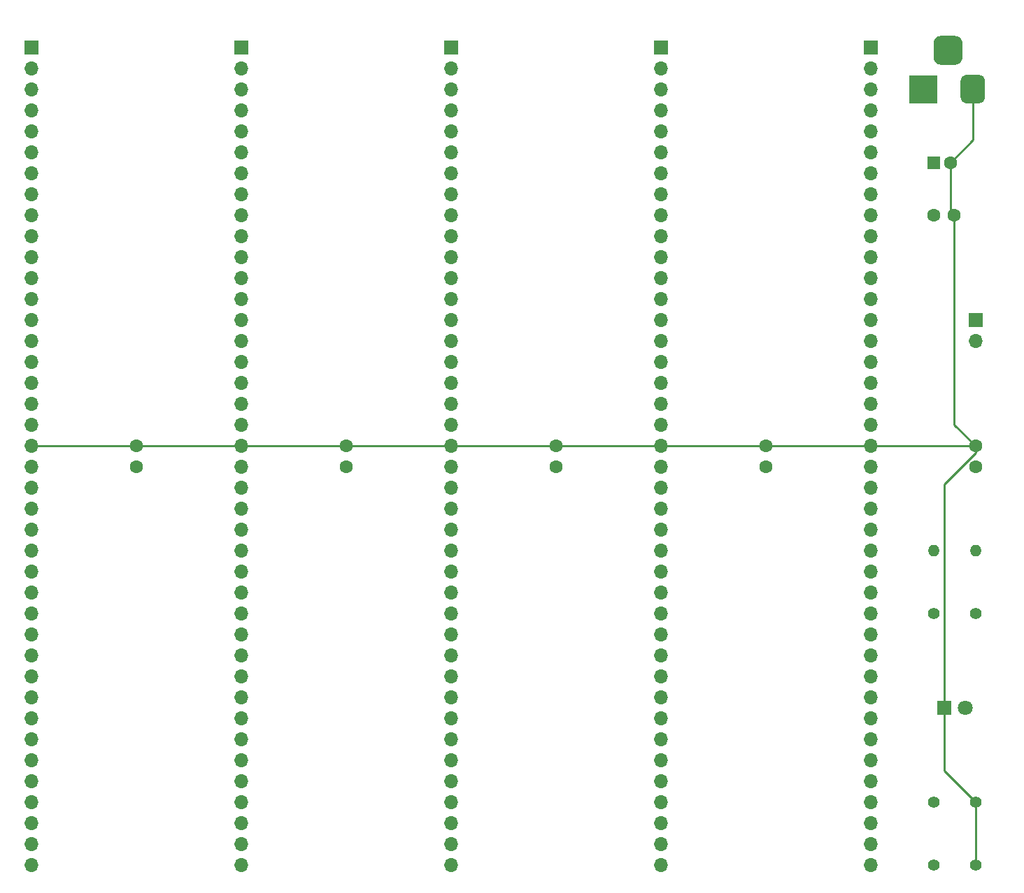
<source format=gbr>
%TF.GenerationSoftware,KiCad,Pcbnew,5.1.9+dfsg1-1*%
%TF.CreationDate,2021-08-13T01:52:04-07:00*%
%TF.ProjectId,Bus2021A_5Slot,42757332-3032-4314-915f-35536c6f742e,0*%
%TF.SameCoordinates,Original*%
%TF.FileFunction,Copper,L2,Bot*%
%TF.FilePolarity,Positive*%
%FSLAX46Y46*%
G04 Gerber Fmt 4.6, Leading zero omitted, Abs format (unit mm)*
G04 Created by KiCad (PCBNEW 5.1.9+dfsg1-1) date 2021-08-13 01:52:04*
%MOMM*%
%LPD*%
G01*
G04 APERTURE LIST*
%TA.AperFunction,ComponentPad*%
%ADD10C,1.600000*%
%TD*%
%TA.AperFunction,ComponentPad*%
%ADD11R,1.600000X1.600000*%
%TD*%
%TA.AperFunction,ComponentPad*%
%ADD12O,1.700000X1.700000*%
%TD*%
%TA.AperFunction,ComponentPad*%
%ADD13R,1.700000X1.700000*%
%TD*%
%TA.AperFunction,ComponentPad*%
%ADD14R,1.800000X1.800000*%
%TD*%
%TA.AperFunction,ComponentPad*%
%ADD15C,1.800000*%
%TD*%
%TA.AperFunction,ComponentPad*%
%ADD16R,3.500000X3.500000*%
%TD*%
%TA.AperFunction,ComponentPad*%
%ADD17C,1.400000*%
%TD*%
%TA.AperFunction,ComponentPad*%
%ADD18O,1.400000X1.400000*%
%TD*%
%TA.AperFunction,ComponentPad*%
%ADD19C,1.397000*%
%TD*%
%TA.AperFunction,Conductor*%
%ADD20C,0.250000*%
%TD*%
G04 APERTURE END LIST*
D10*
%TO.P,C1,1*%
%TO.N,+5v*%
X39370000Y-72390000D03*
%TO.P,C1,2*%
%TO.N,GND*%
X39370000Y-69890000D03*
%TD*%
%TO.P,C2,2*%
%TO.N,GND*%
X64770000Y-69890000D03*
%TO.P,C2,1*%
%TO.N,+5v*%
X64770000Y-72390000D03*
%TD*%
%TO.P,C3,1*%
%TO.N,+5v*%
X90170000Y-72390000D03*
%TO.P,C3,2*%
%TO.N,GND*%
X90170000Y-69890000D03*
%TD*%
%TO.P,C4,2*%
%TO.N,GND*%
X115570000Y-69890000D03*
%TO.P,C4,1*%
%TO.N,+5v*%
X115570000Y-72390000D03*
%TD*%
%TO.P,C5,1*%
%TO.N,+5v*%
X140970000Y-72390000D03*
%TO.P,C5,2*%
%TO.N,GND*%
X140970000Y-69890000D03*
%TD*%
D11*
%TO.P,C6,1*%
%TO.N,Net-(C6-Pad1)*%
X135890000Y-35560000D03*
D10*
%TO.P,C6,2*%
%TO.N,GND*%
X137890000Y-35560000D03*
%TD*%
%TO.P,C7,2*%
%TO.N,GND*%
X138390000Y-41910000D03*
%TO.P,C7,1*%
%TO.N,Net-(C6-Pad1)*%
X135890000Y-41910000D03*
%TD*%
D12*
%TO.P,Con1,40*%
%TO.N,Net-(Con1-Pad40)*%
X128270000Y-120650000D03*
%TO.P,Con1,39*%
%TO.N,Net-(Con1-Pad39)*%
X128270000Y-118110000D03*
%TO.P,Con1,38*%
%TO.N,Net-(Con1-Pad38)*%
X128270000Y-115570000D03*
%TO.P,Con1,37*%
%TO.N,Net-(Con1-Pad37)*%
X128270000Y-113030000D03*
%TO.P,Con1,36*%
%TO.N,Net-(Con1-Pad36)*%
X128270000Y-110490000D03*
%TO.P,Con1,35*%
%TO.N,Net-(Con1-Pad35)*%
X128270000Y-107950000D03*
%TO.P,Con1,34*%
%TO.N,Net-(Con1-Pad34)*%
X128270000Y-105410000D03*
%TO.P,Con1,33*%
%TO.N,Net-(Con1-Pad33)*%
X128270000Y-102870000D03*
%TO.P,Con1,32*%
%TO.N,Net-(Con1-Pad32)*%
X128270000Y-100330000D03*
%TO.P,Con1,31*%
%TO.N,Net-(Con1-Pad31)*%
X128270000Y-97790000D03*
%TO.P,Con1,30*%
%TO.N,Net-(Con1-Pad30)*%
X128270000Y-95250000D03*
%TO.P,Con1,29*%
%TO.N,Net-(Con1-Pad29)*%
X128270000Y-92710000D03*
%TO.P,Con1,28*%
%TO.N,Net-(Con1-Pad28)*%
X128270000Y-90170000D03*
%TO.P,Con1,27*%
%TO.N,Net-(Con1-Pad27)*%
X128270000Y-87630000D03*
%TO.P,Con1,26*%
%TO.N,Net-(Con1-Pad26)*%
X128270000Y-85090000D03*
%TO.P,Con1,25*%
%TO.N,Net-(Con1-Pad25)*%
X128270000Y-82550000D03*
%TO.P,Con1,24*%
%TO.N,Net-(Con1-Pad24)*%
X128270000Y-80010000D03*
%TO.P,Con1,23*%
%TO.N,RESB*%
X128270000Y-77470000D03*
%TO.P,Con1,22*%
%TO.N,Net-(Con1-Pad22)*%
X128270000Y-74930000D03*
%TO.P,Con1,21*%
%TO.N,+5v*%
X128270000Y-72390000D03*
%TO.P,Con1,20*%
%TO.N,GND*%
X128270000Y-69850000D03*
%TO.P,Con1,19*%
%TO.N,Net-(Con1-Pad19)*%
X128270000Y-67310000D03*
%TO.P,Con1,18*%
%TO.N,Net-(Con1-Pad18)*%
X128270000Y-64770000D03*
%TO.P,Con1,17*%
%TO.N,Net-(Con1-Pad17)*%
X128270000Y-62230000D03*
%TO.P,Con1,16*%
%TO.N,Net-(Con1-Pad16)*%
X128270000Y-59690000D03*
%TO.P,Con1,15*%
%TO.N,Net-(Con1-Pad15)*%
X128270000Y-57150000D03*
%TO.P,Con1,14*%
%TO.N,Net-(Con1-Pad14)*%
X128270000Y-54610000D03*
%TO.P,Con1,13*%
%TO.N,Net-(Con1-Pad13)*%
X128270000Y-52070000D03*
%TO.P,Con1,12*%
%TO.N,Net-(Con1-Pad12)*%
X128270000Y-49530000D03*
%TO.P,Con1,11*%
%TO.N,Net-(Con1-Pad11)*%
X128270000Y-46990000D03*
%TO.P,Con1,10*%
%TO.N,Net-(Con1-Pad10)*%
X128270000Y-44450000D03*
%TO.P,Con1,9*%
%TO.N,Net-(Con1-Pad9)*%
X128270000Y-41910000D03*
%TO.P,Con1,8*%
%TO.N,Net-(Con1-Pad8)*%
X128270000Y-39370000D03*
%TO.P,Con1,7*%
%TO.N,Net-(Con1-Pad7)*%
X128270000Y-36830000D03*
%TO.P,Con1,6*%
%TO.N,Net-(Con1-Pad6)*%
X128270000Y-34290000D03*
%TO.P,Con1,5*%
%TO.N,Net-(Con1-Pad5)*%
X128270000Y-31750000D03*
%TO.P,Con1,4*%
%TO.N,Net-(Con1-Pad4)*%
X128270000Y-29210000D03*
%TO.P,Con1,3*%
%TO.N,Net-(Con1-Pad3)*%
X128270000Y-26670000D03*
%TO.P,Con1,2*%
%TO.N,Net-(Con1-Pad2)*%
X128270000Y-24130000D03*
D13*
%TO.P,Con1,1*%
%TO.N,Net-(Con1-Pad1)*%
X128270000Y-21590000D03*
%TD*%
%TO.P,Con2,1*%
%TO.N,Net-(Con1-Pad1)*%
X102870000Y-21590000D03*
D12*
%TO.P,Con2,2*%
%TO.N,Net-(Con1-Pad2)*%
X102870000Y-24130000D03*
%TO.P,Con2,3*%
%TO.N,Net-(Con1-Pad3)*%
X102870000Y-26670000D03*
%TO.P,Con2,4*%
%TO.N,Net-(Con1-Pad4)*%
X102870000Y-29210000D03*
%TO.P,Con2,5*%
%TO.N,Net-(Con1-Pad5)*%
X102870000Y-31750000D03*
%TO.P,Con2,6*%
%TO.N,Net-(Con1-Pad6)*%
X102870000Y-34290000D03*
%TO.P,Con2,7*%
%TO.N,Net-(Con1-Pad7)*%
X102870000Y-36830000D03*
%TO.P,Con2,8*%
%TO.N,Net-(Con1-Pad8)*%
X102870000Y-39370000D03*
%TO.P,Con2,9*%
%TO.N,Net-(Con1-Pad9)*%
X102870000Y-41910000D03*
%TO.P,Con2,10*%
%TO.N,Net-(Con1-Pad10)*%
X102870000Y-44450000D03*
%TO.P,Con2,11*%
%TO.N,Net-(Con1-Pad11)*%
X102870000Y-46990000D03*
%TO.P,Con2,12*%
%TO.N,Net-(Con1-Pad12)*%
X102870000Y-49530000D03*
%TO.P,Con2,13*%
%TO.N,Net-(Con1-Pad13)*%
X102870000Y-52070000D03*
%TO.P,Con2,14*%
%TO.N,Net-(Con1-Pad14)*%
X102870000Y-54610000D03*
%TO.P,Con2,15*%
%TO.N,Net-(Con1-Pad15)*%
X102870000Y-57150000D03*
%TO.P,Con2,16*%
%TO.N,Net-(Con1-Pad16)*%
X102870000Y-59690000D03*
%TO.P,Con2,17*%
%TO.N,Net-(Con1-Pad17)*%
X102870000Y-62230000D03*
%TO.P,Con2,18*%
%TO.N,Net-(Con1-Pad18)*%
X102870000Y-64770000D03*
%TO.P,Con2,19*%
%TO.N,Net-(Con1-Pad19)*%
X102870000Y-67310000D03*
%TO.P,Con2,20*%
%TO.N,GND*%
X102870000Y-69850000D03*
%TO.P,Con2,21*%
%TO.N,+5v*%
X102870000Y-72390000D03*
%TO.P,Con2,22*%
%TO.N,Net-(Con1-Pad22)*%
X102870000Y-74930000D03*
%TO.P,Con2,23*%
%TO.N,RESB*%
X102870000Y-77470000D03*
%TO.P,Con2,24*%
%TO.N,Net-(Con1-Pad24)*%
X102870000Y-80010000D03*
%TO.P,Con2,25*%
%TO.N,Net-(Con1-Pad25)*%
X102870000Y-82550000D03*
%TO.P,Con2,26*%
%TO.N,Net-(Con1-Pad26)*%
X102870000Y-85090000D03*
%TO.P,Con2,27*%
%TO.N,Net-(Con1-Pad27)*%
X102870000Y-87630000D03*
%TO.P,Con2,28*%
%TO.N,Net-(Con1-Pad28)*%
X102870000Y-90170000D03*
%TO.P,Con2,29*%
%TO.N,Net-(Con1-Pad29)*%
X102870000Y-92710000D03*
%TO.P,Con2,30*%
%TO.N,Net-(Con1-Pad30)*%
X102870000Y-95250000D03*
%TO.P,Con2,31*%
%TO.N,Net-(Con1-Pad31)*%
X102870000Y-97790000D03*
%TO.P,Con2,32*%
%TO.N,Net-(Con1-Pad32)*%
X102870000Y-100330000D03*
%TO.P,Con2,33*%
%TO.N,Net-(Con1-Pad33)*%
X102870000Y-102870000D03*
%TO.P,Con2,34*%
%TO.N,Net-(Con1-Pad34)*%
X102870000Y-105410000D03*
%TO.P,Con2,35*%
%TO.N,Net-(Con1-Pad35)*%
X102870000Y-107950000D03*
%TO.P,Con2,36*%
%TO.N,Net-(Con1-Pad36)*%
X102870000Y-110490000D03*
%TO.P,Con2,37*%
%TO.N,Net-(Con1-Pad37)*%
X102870000Y-113030000D03*
%TO.P,Con2,38*%
%TO.N,Net-(Con1-Pad38)*%
X102870000Y-115570000D03*
%TO.P,Con2,39*%
%TO.N,Net-(Con1-Pad39)*%
X102870000Y-118110000D03*
%TO.P,Con2,40*%
%TO.N,Net-(Con1-Pad40)*%
X102870000Y-120650000D03*
%TD*%
D13*
%TO.P,Con3,1*%
%TO.N,Net-(Con1-Pad1)*%
X77470000Y-21590000D03*
D12*
%TO.P,Con3,2*%
%TO.N,Net-(Con1-Pad2)*%
X77470000Y-24130000D03*
%TO.P,Con3,3*%
%TO.N,Net-(Con1-Pad3)*%
X77470000Y-26670000D03*
%TO.P,Con3,4*%
%TO.N,Net-(Con1-Pad4)*%
X77470000Y-29210000D03*
%TO.P,Con3,5*%
%TO.N,Net-(Con1-Pad5)*%
X77470000Y-31750000D03*
%TO.P,Con3,6*%
%TO.N,Net-(Con1-Pad6)*%
X77470000Y-34290000D03*
%TO.P,Con3,7*%
%TO.N,Net-(Con1-Pad7)*%
X77470000Y-36830000D03*
%TO.P,Con3,8*%
%TO.N,Net-(Con1-Pad8)*%
X77470000Y-39370000D03*
%TO.P,Con3,9*%
%TO.N,Net-(Con1-Pad9)*%
X77470000Y-41910000D03*
%TO.P,Con3,10*%
%TO.N,Net-(Con1-Pad10)*%
X77470000Y-44450000D03*
%TO.P,Con3,11*%
%TO.N,Net-(Con1-Pad11)*%
X77470000Y-46990000D03*
%TO.P,Con3,12*%
%TO.N,Net-(Con1-Pad12)*%
X77470000Y-49530000D03*
%TO.P,Con3,13*%
%TO.N,Net-(Con1-Pad13)*%
X77470000Y-52070000D03*
%TO.P,Con3,14*%
%TO.N,Net-(Con1-Pad14)*%
X77470000Y-54610000D03*
%TO.P,Con3,15*%
%TO.N,Net-(Con1-Pad15)*%
X77470000Y-57150000D03*
%TO.P,Con3,16*%
%TO.N,Net-(Con1-Pad16)*%
X77470000Y-59690000D03*
%TO.P,Con3,17*%
%TO.N,Net-(Con1-Pad17)*%
X77470000Y-62230000D03*
%TO.P,Con3,18*%
%TO.N,Net-(Con1-Pad18)*%
X77470000Y-64770000D03*
%TO.P,Con3,19*%
%TO.N,Net-(Con1-Pad19)*%
X77470000Y-67310000D03*
%TO.P,Con3,20*%
%TO.N,GND*%
X77470000Y-69850000D03*
%TO.P,Con3,21*%
%TO.N,+5v*%
X77470000Y-72390000D03*
%TO.P,Con3,22*%
%TO.N,Net-(Con1-Pad22)*%
X77470000Y-74930000D03*
%TO.P,Con3,23*%
%TO.N,RESB*%
X77470000Y-77470000D03*
%TO.P,Con3,24*%
%TO.N,Net-(Con1-Pad24)*%
X77470000Y-80010000D03*
%TO.P,Con3,25*%
%TO.N,Net-(Con1-Pad25)*%
X77470000Y-82550000D03*
%TO.P,Con3,26*%
%TO.N,Net-(Con1-Pad26)*%
X77470000Y-85090000D03*
%TO.P,Con3,27*%
%TO.N,Net-(Con1-Pad27)*%
X77470000Y-87630000D03*
%TO.P,Con3,28*%
%TO.N,Net-(Con1-Pad28)*%
X77470000Y-90170000D03*
%TO.P,Con3,29*%
%TO.N,Net-(Con1-Pad29)*%
X77470000Y-92710000D03*
%TO.P,Con3,30*%
%TO.N,Net-(Con1-Pad30)*%
X77470000Y-95250000D03*
%TO.P,Con3,31*%
%TO.N,Net-(Con1-Pad31)*%
X77470000Y-97790000D03*
%TO.P,Con3,32*%
%TO.N,Net-(Con1-Pad32)*%
X77470000Y-100330000D03*
%TO.P,Con3,33*%
%TO.N,Net-(Con1-Pad33)*%
X77470000Y-102870000D03*
%TO.P,Con3,34*%
%TO.N,Net-(Con1-Pad34)*%
X77470000Y-105410000D03*
%TO.P,Con3,35*%
%TO.N,Net-(Con1-Pad35)*%
X77470000Y-107950000D03*
%TO.P,Con3,36*%
%TO.N,Net-(Con1-Pad36)*%
X77470000Y-110490000D03*
%TO.P,Con3,37*%
%TO.N,Net-(Con1-Pad37)*%
X77470000Y-113030000D03*
%TO.P,Con3,38*%
%TO.N,Net-(Con1-Pad38)*%
X77470000Y-115570000D03*
%TO.P,Con3,39*%
%TO.N,Net-(Con1-Pad39)*%
X77470000Y-118110000D03*
%TO.P,Con3,40*%
%TO.N,Net-(Con1-Pad40)*%
X77470000Y-120650000D03*
%TD*%
D13*
%TO.P,Con4,1*%
%TO.N,Net-(Con1-Pad1)*%
X52070000Y-21590000D03*
D12*
%TO.P,Con4,2*%
%TO.N,Net-(Con1-Pad2)*%
X52070000Y-24130000D03*
%TO.P,Con4,3*%
%TO.N,Net-(Con1-Pad3)*%
X52070000Y-26670000D03*
%TO.P,Con4,4*%
%TO.N,Net-(Con1-Pad4)*%
X52070000Y-29210000D03*
%TO.P,Con4,5*%
%TO.N,Net-(Con1-Pad5)*%
X52070000Y-31750000D03*
%TO.P,Con4,6*%
%TO.N,Net-(Con1-Pad6)*%
X52070000Y-34290000D03*
%TO.P,Con4,7*%
%TO.N,Net-(Con1-Pad7)*%
X52070000Y-36830000D03*
%TO.P,Con4,8*%
%TO.N,Net-(Con1-Pad8)*%
X52070000Y-39370000D03*
%TO.P,Con4,9*%
%TO.N,Net-(Con1-Pad9)*%
X52070000Y-41910000D03*
%TO.P,Con4,10*%
%TO.N,Net-(Con1-Pad10)*%
X52070000Y-44450000D03*
%TO.P,Con4,11*%
%TO.N,Net-(Con1-Pad11)*%
X52070000Y-46990000D03*
%TO.P,Con4,12*%
%TO.N,Net-(Con1-Pad12)*%
X52070000Y-49530000D03*
%TO.P,Con4,13*%
%TO.N,Net-(Con1-Pad13)*%
X52070000Y-52070000D03*
%TO.P,Con4,14*%
%TO.N,Net-(Con1-Pad14)*%
X52070000Y-54610000D03*
%TO.P,Con4,15*%
%TO.N,Net-(Con1-Pad15)*%
X52070000Y-57150000D03*
%TO.P,Con4,16*%
%TO.N,Net-(Con1-Pad16)*%
X52070000Y-59690000D03*
%TO.P,Con4,17*%
%TO.N,Net-(Con1-Pad17)*%
X52070000Y-62230000D03*
%TO.P,Con4,18*%
%TO.N,Net-(Con1-Pad18)*%
X52070000Y-64770000D03*
%TO.P,Con4,19*%
%TO.N,Net-(Con1-Pad19)*%
X52070000Y-67310000D03*
%TO.P,Con4,20*%
%TO.N,GND*%
X52070000Y-69850000D03*
%TO.P,Con4,21*%
%TO.N,+5v*%
X52070000Y-72390000D03*
%TO.P,Con4,22*%
%TO.N,Net-(Con1-Pad22)*%
X52070000Y-74930000D03*
%TO.P,Con4,23*%
%TO.N,RESB*%
X52070000Y-77470000D03*
%TO.P,Con4,24*%
%TO.N,Net-(Con1-Pad24)*%
X52070000Y-80010000D03*
%TO.P,Con4,25*%
%TO.N,Net-(Con1-Pad25)*%
X52070000Y-82550000D03*
%TO.P,Con4,26*%
%TO.N,Net-(Con1-Pad26)*%
X52070000Y-85090000D03*
%TO.P,Con4,27*%
%TO.N,Net-(Con1-Pad27)*%
X52070000Y-87630000D03*
%TO.P,Con4,28*%
%TO.N,Net-(Con1-Pad28)*%
X52070000Y-90170000D03*
%TO.P,Con4,29*%
%TO.N,Net-(Con1-Pad29)*%
X52070000Y-92710000D03*
%TO.P,Con4,30*%
%TO.N,Net-(Con1-Pad30)*%
X52070000Y-95250000D03*
%TO.P,Con4,31*%
%TO.N,Net-(Con1-Pad31)*%
X52070000Y-97790000D03*
%TO.P,Con4,32*%
%TO.N,Net-(Con1-Pad32)*%
X52070000Y-100330000D03*
%TO.P,Con4,33*%
%TO.N,Net-(Con1-Pad33)*%
X52070000Y-102870000D03*
%TO.P,Con4,34*%
%TO.N,Net-(Con1-Pad34)*%
X52070000Y-105410000D03*
%TO.P,Con4,35*%
%TO.N,Net-(Con1-Pad35)*%
X52070000Y-107950000D03*
%TO.P,Con4,36*%
%TO.N,Net-(Con1-Pad36)*%
X52070000Y-110490000D03*
%TO.P,Con4,37*%
%TO.N,Net-(Con1-Pad37)*%
X52070000Y-113030000D03*
%TO.P,Con4,38*%
%TO.N,Net-(Con1-Pad38)*%
X52070000Y-115570000D03*
%TO.P,Con4,39*%
%TO.N,Net-(Con1-Pad39)*%
X52070000Y-118110000D03*
%TO.P,Con4,40*%
%TO.N,Net-(Con1-Pad40)*%
X52070000Y-120650000D03*
%TD*%
%TO.P,Con5,40*%
%TO.N,Net-(Con1-Pad40)*%
X26670000Y-120650000D03*
%TO.P,Con5,39*%
%TO.N,Net-(Con1-Pad39)*%
X26670000Y-118110000D03*
%TO.P,Con5,38*%
%TO.N,Net-(Con1-Pad38)*%
X26670000Y-115570000D03*
%TO.P,Con5,37*%
%TO.N,Net-(Con1-Pad37)*%
X26670000Y-113030000D03*
%TO.P,Con5,36*%
%TO.N,Net-(Con1-Pad36)*%
X26670000Y-110490000D03*
%TO.P,Con5,35*%
%TO.N,Net-(Con1-Pad35)*%
X26670000Y-107950000D03*
%TO.P,Con5,34*%
%TO.N,Net-(Con1-Pad34)*%
X26670000Y-105410000D03*
%TO.P,Con5,33*%
%TO.N,Net-(Con1-Pad33)*%
X26670000Y-102870000D03*
%TO.P,Con5,32*%
%TO.N,Net-(Con1-Pad32)*%
X26670000Y-100330000D03*
%TO.P,Con5,31*%
%TO.N,Net-(Con1-Pad31)*%
X26670000Y-97790000D03*
%TO.P,Con5,30*%
%TO.N,Net-(Con1-Pad30)*%
X26670000Y-95250000D03*
%TO.P,Con5,29*%
%TO.N,Net-(Con1-Pad29)*%
X26670000Y-92710000D03*
%TO.P,Con5,28*%
%TO.N,Net-(Con1-Pad28)*%
X26670000Y-90170000D03*
%TO.P,Con5,27*%
%TO.N,Net-(Con1-Pad27)*%
X26670000Y-87630000D03*
%TO.P,Con5,26*%
%TO.N,Net-(Con1-Pad26)*%
X26670000Y-85090000D03*
%TO.P,Con5,25*%
%TO.N,Net-(Con1-Pad25)*%
X26670000Y-82550000D03*
%TO.P,Con5,24*%
%TO.N,Net-(Con1-Pad24)*%
X26670000Y-80010000D03*
%TO.P,Con5,23*%
%TO.N,RESB*%
X26670000Y-77470000D03*
%TO.P,Con5,22*%
%TO.N,Net-(Con1-Pad22)*%
X26670000Y-74930000D03*
%TO.P,Con5,21*%
%TO.N,+5v*%
X26670000Y-72390000D03*
%TO.P,Con5,20*%
%TO.N,GND*%
X26670000Y-69850000D03*
%TO.P,Con5,19*%
%TO.N,Net-(Con1-Pad19)*%
X26670000Y-67310000D03*
%TO.P,Con5,18*%
%TO.N,Net-(Con1-Pad18)*%
X26670000Y-64770000D03*
%TO.P,Con5,17*%
%TO.N,Net-(Con1-Pad17)*%
X26670000Y-62230000D03*
%TO.P,Con5,16*%
%TO.N,Net-(Con1-Pad16)*%
X26670000Y-59690000D03*
%TO.P,Con5,15*%
%TO.N,Net-(Con1-Pad15)*%
X26670000Y-57150000D03*
%TO.P,Con5,14*%
%TO.N,Net-(Con1-Pad14)*%
X26670000Y-54610000D03*
%TO.P,Con5,13*%
%TO.N,Net-(Con1-Pad13)*%
X26670000Y-52070000D03*
%TO.P,Con5,12*%
%TO.N,Net-(Con1-Pad12)*%
X26670000Y-49530000D03*
%TO.P,Con5,11*%
%TO.N,Net-(Con1-Pad11)*%
X26670000Y-46990000D03*
%TO.P,Con5,10*%
%TO.N,Net-(Con1-Pad10)*%
X26670000Y-44450000D03*
%TO.P,Con5,9*%
%TO.N,Net-(Con1-Pad9)*%
X26670000Y-41910000D03*
%TO.P,Con5,8*%
%TO.N,Net-(Con1-Pad8)*%
X26670000Y-39370000D03*
%TO.P,Con5,7*%
%TO.N,Net-(Con1-Pad7)*%
X26670000Y-36830000D03*
%TO.P,Con5,6*%
%TO.N,Net-(Con1-Pad6)*%
X26670000Y-34290000D03*
%TO.P,Con5,5*%
%TO.N,Net-(Con1-Pad5)*%
X26670000Y-31750000D03*
%TO.P,Con5,4*%
%TO.N,Net-(Con1-Pad4)*%
X26670000Y-29210000D03*
%TO.P,Con5,3*%
%TO.N,Net-(Con1-Pad3)*%
X26670000Y-26670000D03*
%TO.P,Con5,2*%
%TO.N,Net-(Con1-Pad2)*%
X26670000Y-24130000D03*
D13*
%TO.P,Con5,1*%
%TO.N,Net-(Con1-Pad1)*%
X26670000Y-21590000D03*
%TD*%
D14*
%TO.P,D1,1*%
%TO.N,GND*%
X137160000Y-101600000D03*
D15*
%TO.P,D1,2*%
%TO.N,Net-(D1-Pad2)*%
X139700000Y-101600000D03*
%TD*%
D16*
%TO.P,J1,1*%
%TO.N,Net-(C6-Pad1)*%
X134620000Y-26670000D03*
%TO.P,J1,2*%
%TO.N,GND*%
%TA.AperFunction,ComponentPad*%
G36*
G01*
X142120000Y-25670000D02*
X142120000Y-27670000D01*
G75*
G02*
X141370000Y-28420000I-750000J0D01*
G01*
X139870000Y-28420000D01*
G75*
G02*
X139120000Y-27670000I0J750000D01*
G01*
X139120000Y-25670000D01*
G75*
G02*
X139870000Y-24920000I750000J0D01*
G01*
X141370000Y-24920000D01*
G75*
G02*
X142120000Y-25670000I0J-750000D01*
G01*
G37*
%TD.AperFunction*%
%TO.P,J1,3*%
%TO.N,N/C*%
%TA.AperFunction,ComponentPad*%
G36*
G01*
X139370000Y-21095000D02*
X139370000Y-22845000D01*
G75*
G02*
X138495000Y-23720000I-875000J0D01*
G01*
X136745000Y-23720000D01*
G75*
G02*
X135870000Y-22845000I0J875000D01*
G01*
X135870000Y-21095000D01*
G75*
G02*
X136745000Y-20220000I875000J0D01*
G01*
X138495000Y-20220000D01*
G75*
G02*
X139370000Y-21095000I0J-875000D01*
G01*
G37*
%TD.AperFunction*%
%TD*%
D17*
%TO.P,R1,1*%
%TO.N,RESB*%
X135890000Y-90170000D03*
D18*
%TO.P,R1,2*%
%TO.N,+5v*%
X135890000Y-82550000D03*
%TD*%
%TO.P,R2,2*%
%TO.N,+5v*%
X140970000Y-82550000D03*
D17*
%TO.P,R2,1*%
%TO.N,Net-(D1-Pad2)*%
X140970000Y-90170000D03*
%TD*%
D19*
%TO.P,SW1,1*%
%TO.N,GND*%
X140970000Y-120650000D03*
%TO.P,SW1,2*%
%TO.N,RESB*%
X135890000Y-120650000D03*
%TO.P,SW1,1*%
%TO.N,GND*%
X140970000Y-113030000D03*
%TO.P,SW1,2*%
%TO.N,RESB*%
X135890000Y-113030000D03*
%TD*%
D13*
%TO.P,SW2,1*%
%TO.N,Net-(C6-Pad1)*%
X140970000Y-54610000D03*
D12*
%TO.P,SW2,2*%
%TO.N,+5v*%
X140970000Y-57150000D03*
%TD*%
D20*
%TO.N,GND*%
X140620000Y-32830000D02*
X137890000Y-35560000D01*
X140620000Y-26670000D02*
X140620000Y-32830000D01*
X137890000Y-41410000D02*
X138390000Y-41910000D01*
X137890000Y-35560000D02*
X137890000Y-41410000D01*
X138390000Y-67310000D02*
X140970000Y-69890000D01*
X138390000Y-41910000D02*
X138390000Y-67310000D01*
X128310000Y-69890000D02*
X128270000Y-69850000D01*
X140970000Y-69890000D02*
X128310000Y-69890000D01*
X27470998Y-69850000D02*
X26670000Y-69850000D01*
X128270000Y-69850000D02*
X27470998Y-69850000D01*
X140970000Y-70724998D02*
X140970000Y-69890000D01*
X137160000Y-74534998D02*
X140970000Y-70724998D01*
X137160000Y-101600000D02*
X137160000Y-74534998D01*
X137160000Y-109220000D02*
X140970000Y-113030000D01*
X137160000Y-101600000D02*
X137160000Y-109220000D01*
X140970000Y-113030000D02*
X140970000Y-120650000D01*
%TD*%
M02*

</source>
